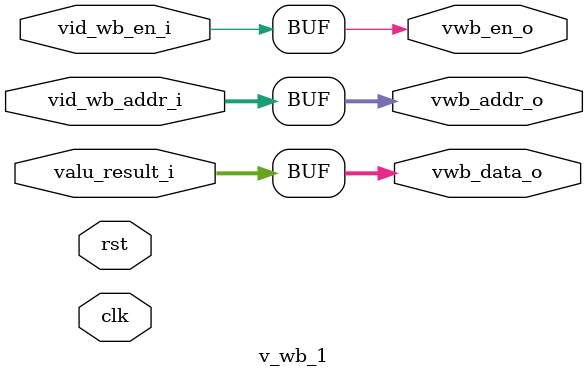
<source format=v>

module v_wb_1 #(
    parameter VREG_DW = 256,
    parameter VREG_AW = 5
) (
    input                   clk,
    input                   rst,

    input                   vid_wb_en_i,
    input   [VREG_AW-1:0]   vid_wb_addr_i,
    input   [VREG_DW-1:0]   valu_result_i,

    output                  vwb_en_o,
    output  [VREG_AW-1:0]   vwb_addr_o,
    output  [VREG_DW-1:0]   vwb_data_o
);

assign vwb_en_o     = vid_wb_en_i ;
assign vwb_addr_o   = vid_wb_addr_i ;
assign vwb_data_o   = valu_result_i ;
endmodule 

</source>
